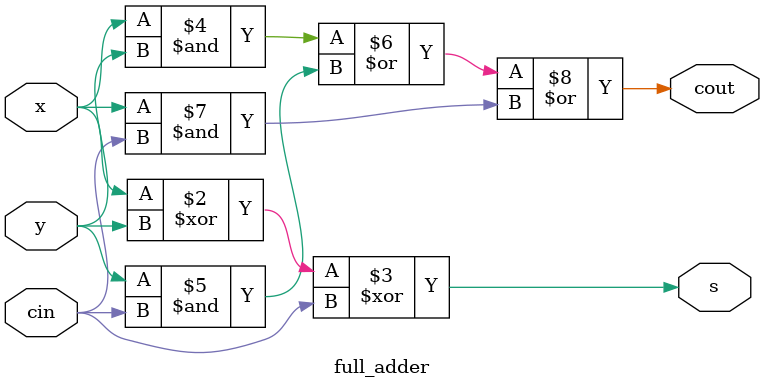
<source format=sv>
module adder
(
input[7:0] A,
input[7:0] S,
input fn,
output logic [8:0] Sum
);

logic CIN;
logic c3, c7, c8;
logic[7:0] newS;


always_comb
begin

if(!fn) begin   
CIN = 0;
newS=S;
end


else begin
CIN = 1;
newS = (S^(8'hFF));
end


end

four_bit_adder FBA0(.X(A[3:0]),.Y(newS[3:0]),.Cin(CIN),.sum(Sum[3:0]),.Cout(c3));
four_bit_adder FBA1(.X(A[7:4]),.Y(newS[7:4]),.Cin(c3),.sum(Sum[7:4]),.Cout(c7));
full_adder FA(.x(A[7]),.y(newS[7]),.cin(c7),.s(Sum[8]),.cout(c8));

endmodule




module four_bit_adder   //combines four full adder units
(
	input [3:0] X,
	input	[3:0] Y,
	input Cin,
	output logic [3:0] sum,
	output logic Cout
);

	logic c0, c1, c2; //local variables for carries between full adder units
	full_adder FA0(.x(X[0]),.y(Y[0]),.cin(Cin),.s(sum[0]),.cout(c0)); //instantiation of four full adder units
	full_adder FA1(.x(X[1]),.y(Y[1]),.cin(c0),.s(sum[1]),.cout(c1));
	full_adder FA2(.x(X[2]),.y(Y[2]),.cin(c1),.s(sum[2]),.cout(c2));
	full_adder FA3(.x(X[3]),.y(Y[3]),.cin(c2),.s(sum[3]),.cout(Cout));

endmodule







module full_adder
(
input x,
input y,
input cin,
output logic s,
output logic cout
);

always_comb
	begin
	//logic for basic full adder units
	s = x^y^cin;
	cout = (x&y)|(y&cin)|(x&cin);
	
	end
endmodule


</source>
